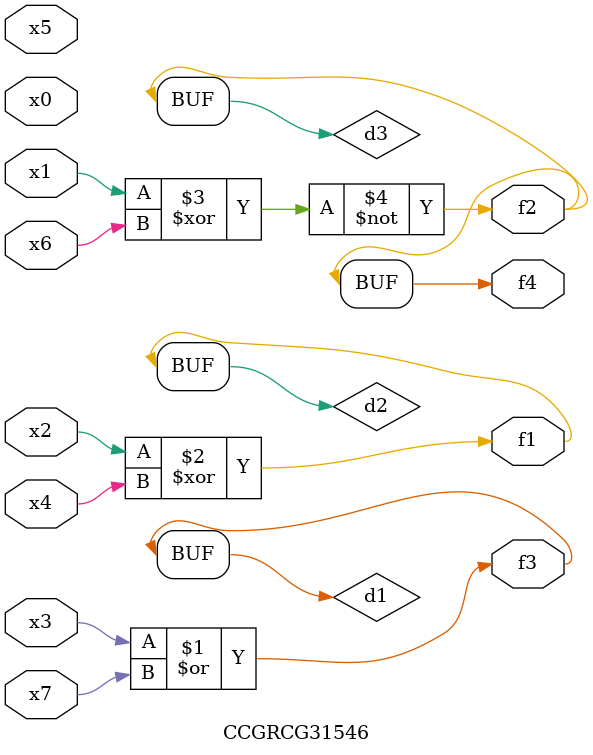
<source format=v>
module CCGRCG31546(
	input x0, x1, x2, x3, x4, x5, x6, x7,
	output f1, f2, f3, f4
);

	wire d1, d2, d3;

	or (d1, x3, x7);
	xor (d2, x2, x4);
	xnor (d3, x1, x6);
	assign f1 = d2;
	assign f2 = d3;
	assign f3 = d1;
	assign f4 = d3;
endmodule

</source>
